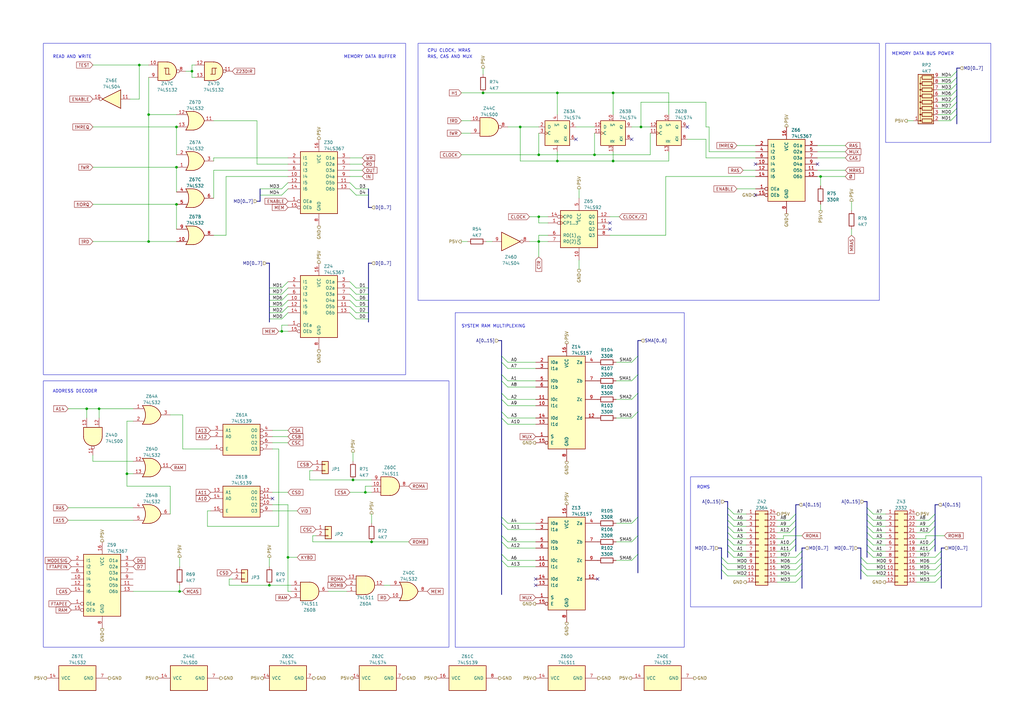
<source format=kicad_sch>
(kicad_sch (version 20221004) (generator eeschema)
  (paper "A3")
  (junction (at 52.07 194.31))
  (junction (at 40.64 167.64))
  (junction (at 60.96 99.06))
  (junction (at 118.11 228.6))
  (junction (at 144.78 196.85))
  (junction (at 73.66 242.57))
  (junction (at 228.6 66.04))
  (junction (at 72.39 83.82))
  (junction (at 220.98 99.06))
  (junction (at 228.6 38.1))
  (junction (at 220.98 88.9))
  (junction (at 72.39 52.07))
  (junction (at 336.55 72.39))
  (junction (at 262.89 52.07))
  (junction (at 251.46 66.04))
  (junction (at 152.4 222.25))
  (junction (at 243.84 63.5))
  (junction (at 57.15 26.67))
  (junction (at 35.56 167.64))
  (junction (at 72.39 68.58))
  (junction (at 251.46 38.1))
  (junction (at 213.36 52.07))
  (junction (at 149.86 201.93))
  (junction (at 198.12 38.1))
  (junction (at 78.74 29.21))
  (junction (at 110.49 240.03))
  (junction (at 60.96 46.99))
  (junction (at 115.57 135.89))
  (junction (at 220.98 63.5))
  (no_connect (at 250.19 91.44))
  (no_connect (at 281.94 52.07))
  (no_connect (at 250.19 93.98))
  (no_connect (at 309.88 80.01))
  (no_connect (at 309.88 67.31))
  (no_connect (at 335.28 67.31))
  (no_connect (at 219.71 240.03))
  (no_connect (at 219.71 237.49))
  (no_connect (at 245.11 237.49))
  (no_connect (at 111.76 204.47))
  (no_connect (at 259.08 57.15))
  (no_connect (at 236.22 57.15))
  (bus_entry (at 205.74 212.09) (size 2.54 2.54))
  (bus_entry (at 389.89 31.75) (size 2.54 -2.54))
  (bus_entry (at 383.54 233.68) (size 2.54 -2.54))
  (bus_entry (at 355.6 223.52) (size 2.54 2.54))
  (bus_entry (at 381 223.52) (size 2.54 -2.54))
  (bus_entry (at 143.51 77.47) (size 2.54 2.54))
  (bus_entry (at 389.89 41.91) (size 2.54 -2.54))
  (bus_entry (at 205.74 156.21) (size 2.54 2.54))
  (bus_entry (at 323.85 226.06) (size 2.54 -2.54))
  (bus_entry (at 355.6 220.98) (size 2.54 2.54))
  (bus_entry (at 389.89 46.99) (size 2.54 -2.54))
  (bus_entry (at 355.6 233.68) (size -2.54 -2.54))
  (bus_entry (at 205.74 171.45) (size 2.54 2.54))
  (bus_entry (at 259.08 148.59) (size 2.54 -2.54))
  (bus_entry (at 259.08 156.21) (size 2.54 -2.54))
  (bus_entry (at 259.08 163.83) (size 2.54 -2.54))
  (bus_entry (at 259.08 171.45) (size 2.54 -2.54))
  (bus_entry (at 259.08 214.63) (size 2.54 -2.54))
  (bus_entry (at 298.45 233.68) (size -2.54 -2.54))
  (bus_entry (at 259.08 229.87) (size 2.54 -2.54))
  (bus_entry (at 259.08 222.25) (size 2.54 -2.54))
  (bus_entry (at 205.74 161.29) (size 2.54 2.54))
  (bus_entry (at 205.74 168.91) (size 2.54 2.54))
  (bus_entry (at 143.51 125.73) (size 2.54 2.54))
  (bus_entry (at 355.6 208.28) (size 2.54 2.54))
  (bus_entry (at 205.74 153.67) (size 2.54 2.54))
  (bus_entry (at 143.51 118.11) (size 2.54 2.54))
  (bus_entry (at 326.39 231.14) (size 2.54 -2.54))
  (bus_entry (at 298.45 236.22) (size -2.54 -2.54))
  (bus_entry (at 298.45 213.36) (size 2.54 2.54))
  (bus_entry (at 115.57 125.73) (size 2.54 -2.54))
  (bus_entry (at 381 215.9) (size 2.54 -2.54))
  (bus_entry (at 115.57 128.27) (size 2.54 -2.54))
  (bus_entry (at 118.11 77.47) (size -2.54 2.54))
  (bus_entry (at 389.89 36.83) (size 2.54 -2.54))
  (bus_entry (at 205.74 148.59) (size 2.54 2.54))
  (bus_entry (at 205.74 146.05) (size 2.54 2.54))
  (bus_entry (at 326.39 228.6) (size 2.54 -2.54))
  (bus_entry (at 298.45 218.44) (size 2.54 2.54))
  (bus_entry (at 381 218.44) (size 2.54 -2.54))
  (bus_entry (at 115.57 123.19) (size 2.54 -2.54))
  (bus_entry (at 383.54 231.14) (size 2.54 -2.54))
  (bus_entry (at 383.54 238.76) (size 2.54 -2.54))
  (bus_entry (at 118.11 74.93) (size -2.54 2.54))
  (bus_entry (at 355.6 226.06) (size 2.54 2.54))
  (bus_entry (at 381 213.36) (size 2.54 -2.54))
  (bus_entry (at 326.39 233.68) (size 2.54 -2.54))
  (bus_entry (at 298.45 208.28) (size 2.54 2.54))
  (bus_entry (at 383.54 228.6) (size 2.54 -2.54))
  (bus_entry (at 205.74 222.25) (size 2.54 2.54))
  (bus_entry (at 355.6 231.14) (size -2.54 -2.54))
  (bus_entry (at 205.74 229.87) (size 2.54 2.54))
  (bus_entry (at 381 226.06) (size 2.54 -2.54))
  (bus_entry (at 323.85 213.36) (size 2.54 -2.54))
  (bus_entry (at 205.74 219.71) (size 2.54 2.54))
  (bus_entry (at 383.54 236.22) (size 2.54 -2.54))
  (bus_entry (at 143.51 74.93) (size 2.54 2.54))
  (bus_entry (at 389.89 44.45) (size 2.54 -2.54))
  (bus_entry (at 389.89 49.53) (size 2.54 -2.54))
  (bus_entry (at 298.45 215.9) (size 2.54 2.54))
  (bus_entry (at 389.89 39.37) (size 2.54 -2.54))
  (bus_entry (at 205.74 214.63) (size 2.54 2.54))
  (bus_entry (at 205.74 163.83) (size 2.54 2.54))
  (bus_entry (at 323.85 218.44) (size 2.54 -2.54))
  (bus_entry (at 143.51 120.65) (size 2.54 2.54))
  (bus_entry (at 355.6 210.82) (size 2.54 2.54))
  (bus_entry (at 143.51 123.19) (size 2.54 2.54))
  (bus_entry (at 143.51 115.57) (size 2.54 2.54))
  (bus_entry (at 115.57 118.11) (size 2.54 -2.54))
  (bus_entry (at 326.39 238.76) (size 2.54 -2.54))
  (bus_entry (at 298.45 226.06) (size 2.54 2.54))
  (bus_entry (at 323.85 215.9) (size 2.54 -2.54))
  (bus_entry (at 389.89 34.29) (size 2.54 -2.54))
  (bus_entry (at 298.45 231.14) (size -2.54 -2.54))
  (bus_entry (at 355.6 213.36) (size 2.54 2.54))
  (bus_entry (at 143.51 128.27) (size 2.54 2.54))
  (bus_entry (at 355.6 218.44) (size 2.54 2.54))
  (bus_entry (at 355.6 236.22) (size -2.54 -2.54))
  (bus_entry (at 298.45 223.52) (size 2.54 2.54))
  (bus_entry (at 115.57 130.81) (size 2.54 -2.54))
  (bus_entry (at 205.74 227.33) (size 2.54 2.54))
  (bus_entry (at 298.45 210.82) (size 2.54 2.54))
  (bus_entry (at 115.57 120.65) (size 2.54 -2.54))
  (bus_entry (at 355.6 215.9) (size 2.54 2.54))
  (bus_entry (at 298.45 220.98) (size 2.54 2.54))
  (bus_entry (at 326.39 236.22) (size 2.54 -2.54))
  (bus_entry (at 323.85 223.52) (size 2.54 -2.54))
  (wire (pts (xy 274.32 62.23) (xy 274.32 66.04)))
  (bus (pts (xy 355.6 218.44) (xy 355.6 220.98)))
  (wire (pts (xy 189.23 99.06) (xy 191.77 99.06)))
  (wire (pts (xy 115.57 135.89) (xy 118.11 135.89)))
  (wire (pts (xy 106.68 80.01) (xy 115.57 80.01)))
  (wire (pts (xy 57.15 26.67) (xy 57.15 40.64)))
  (bus (pts (xy 298.45 210.82) (xy 298.45 213.36)))
  (bus (pts (xy 386.08 236.22) (xy 386.08 241.3)))
  (bus (pts (xy 392.43 31.75) (xy 392.43 34.29)))
  (wire (pts (xy 224.79 96.52) (xy 220.98 96.52)))
  (bus (pts (xy 297.18 205.74) (xy 298.45 205.74)))
  (bus (pts (xy 298.45 205.74) (xy 298.45 208.28)))
  (wire (pts (xy 57.15 40.64) (xy 53.34 40.64)))
  (wire (pts (xy 358.14 220.98) (xy 363.22 220.98)))
  (wire (pts (xy 384.81 31.75) (xy 389.89 31.75)))
  (bus (pts (xy 393.7 27.94) (xy 392.43 27.94)))
  (wire (pts (xy 375.92 215.9) (xy 381 215.9)))
  (wire (pts (xy 384.81 36.83) (xy 389.89 36.83)))
  (bus (pts (xy 383.54 213.36) (xy 383.54 215.9)))
  (wire (pts (xy 111.76 207.01) (xy 118.11 207.01)))
  (wire (pts (xy 273.05 72.39) (xy 273.05 96.52)))
  (bus (pts (xy 354.33 205.74) (xy 355.6 205.74)))
  (wire (pts (xy 38.1 52.07) (xy 72.39 52.07)))
  (bus (pts (xy 392.43 34.29) (xy 392.43 36.83)))
  (wire (pts (xy 208.28 148.59) (xy 219.71 148.59)))
  (wire (pts (xy 134.62 242.57) (xy 142.24 242.57)))
  (wire (pts (xy 87.63 81.28) (xy 87.63 69.85)))
  (bus (pts (xy 386.08 233.68) (xy 386.08 236.22)))
  (wire (pts (xy 302.26 77.47) (xy 309.88 77.47)))
  (wire (pts (xy 252.73 156.21) (xy 259.08 156.21)))
  (bus (pts (xy 355.6 208.28) (xy 355.6 210.82)))
  (wire (pts (xy 93.98 240.03) (xy 110.49 240.03)))
  (bus (pts (xy 328.93 224.79) (xy 328.93 226.06)))
  (wire (pts (xy 236.22 52.07) (xy 243.84 52.07)))
  (wire (pts (xy 335.28 72.39) (xy 336.55 72.39)))
  (wire (pts (xy 73.66 228.6) (xy 73.66 232.41)))
  (wire (pts (xy 95.25 237.49) (xy 93.98 237.49)))
  (wire (pts (xy 208.28 224.79) (xy 219.71 224.79)))
  (bus (pts (xy 205.74 139.7) (xy 205.74 146.05)))
  (wire (pts (xy 379.73 220.98) (xy 375.92 220.98)))
  (wire (pts (xy 110.49 128.27) (xy 115.57 128.27)))
  (wire (pts (xy 379.73 219.71) (xy 379.73 220.98)))
  (wire (pts (xy 146.05 118.11) (xy 151.13 118.11)))
  (bus (pts (xy 298.45 223.52) (xy 298.45 226.06)))
  (wire (pts (xy 208.28 166.37) (xy 219.71 166.37)))
  (wire (pts (xy 143.51 201.93) (xy 149.86 201.93)))
  (bus (pts (xy 151.13 77.47) (xy 151.13 85.09)))
  (wire (pts (xy 118.11 228.6) (xy 118.11 242.57)))
  (wire (pts (xy 208.28 222.25) (xy 219.71 222.25)))
  (wire (pts (xy 358.14 226.06) (xy 363.22 226.06)))
  (bus (pts (xy 205.74 148.59) (xy 205.74 153.67)))
  (wire (pts (xy 146.05 130.81) (xy 151.13 130.81)))
  (bus (pts (xy 355.6 213.36) (xy 355.6 215.9)))
  (wire (pts (xy 217.17 88.9) (xy 220.98 88.9)))
  (bus (pts (xy 205.74 222.25) (xy 205.74 227.33)))
  (wire (pts (xy 300.99 213.36) (xy 306.07 213.36)))
  (wire (pts (xy 157.48 240.03) (xy 160.02 240.03)))
  (wire (pts (xy 199.39 99.06) (xy 201.93 99.06)))
  (wire (pts (xy 27.94 208.28) (xy 54.61 208.28)))
  (wire (pts (xy 208.28 214.63) (xy 219.71 214.63)))
  (wire (pts (xy 318.77 226.06) (xy 323.85 226.06)))
  (wire (pts (xy 318.77 236.22) (xy 326.39 236.22)))
  (bus (pts (xy 298.45 220.98) (xy 298.45 223.52)))
  (bus (pts (xy 295.91 231.14) (xy 295.91 233.68)))
  (wire (pts (xy 189.23 49.53) (xy 193.04 49.53)))
  (wire (pts (xy 143.51 67.31) (xy 148.59 67.31)))
  (bus (pts (xy 392.43 41.91) (xy 392.43 44.45)))
  (bus (pts (xy 205.74 214.63) (xy 205.74 219.71)))
  (wire (pts (xy 74.93 170.18) (xy 69.85 170.18)))
  (wire (pts (xy 318.77 213.36) (xy 323.85 213.36)))
  (wire (pts (xy 69.85 199.39) (xy 52.07 199.39)))
  (bus (pts (xy 261.62 212.09) (xy 261.62 219.71)))
  (wire (pts (xy 35.56 167.64) (xy 40.64 167.64)))
  (wire (pts (xy 93.98 237.49) (xy 93.98 240.03)))
  (wire (pts (xy 128.27 222.25) (xy 152.4 222.25)))
  (bus (pts (xy 383.54 207.01) (xy 383.54 210.82)))
  (bus (pts (xy 383.54 210.82) (xy 383.54 213.36)))
  (wire (pts (xy 335.28 69.85) (xy 346.71 69.85)))
  (wire (pts (xy 208.28 232.41) (xy 219.71 232.41)))
  (bus (pts (xy 295.91 224.79) (xy 295.91 228.6)))
  (wire (pts (xy 375.92 233.68) (xy 383.54 233.68)))
  (bus (pts (xy 392.43 39.37) (xy 392.43 41.91)))
  (bus (pts (xy 205.74 219.71) (xy 205.74 222.25)))
  (wire (pts (xy 372.11 49.53) (xy 374.65 49.53)))
  (bus (pts (xy 353.06 228.6) (xy 353.06 231.14)))
  (bus (pts (xy 295.91 233.68) (xy 295.91 237.49)))
  (bus (pts (xy 328.93 226.06) (xy 328.93 228.6)))
  (wire (pts (xy 358.14 218.44) (xy 363.22 218.44)))
  (wire (pts (xy 318.77 215.9) (xy 323.85 215.9)))
  (wire (pts (xy 87.63 69.85) (xy 118.11 69.85)))
  (wire (pts (xy 384.81 41.91) (xy 389.89 41.91)))
  (wire (pts (xy 110.49 130.81) (xy 115.57 130.81)))
  (wire (pts (xy 144.78 185.42) (xy 144.78 189.23)))
  (wire (pts (xy 87.63 49.53) (xy 105.41 49.53)))
  (wire (pts (xy 38.1 99.06) (xy 60.96 99.06)))
  (wire (pts (xy 208.28 151.13) (xy 219.71 151.13)))
  (wire (pts (xy 321.31 220.98) (xy 318.77 220.98)))
  (wire (pts (xy 38.1 186.69) (xy 38.1 189.23)))
  (wire (pts (xy 213.36 52.07) (xy 220.98 52.07)))
  (bus (pts (xy 106.68 77.47) (xy 106.68 82.55)))
  (wire (pts (xy 290.83 52.07) (xy 290.83 62.23)))
  (bus (pts (xy 105.41 82.55) (xy 106.68 82.55)))
  (wire (pts (xy 127 193.04) (xy 127 196.85)))
  (wire (pts (xy 111.76 179.07) (xy 118.11 179.07)))
  (wire (pts (xy 128.27 193.04) (xy 127 193.04)))
  (wire (pts (xy 72.39 68.58) (xy 72.39 78.74)))
  (wire (pts (xy 375.92 213.36) (xy 381 213.36)))
  (wire (pts (xy 128.27 219.71) (xy 128.27 222.25)))
  (bus (pts (xy 386.08 228.6) (xy 386.08 231.14)))
  (wire (pts (xy 220.98 63.5) (xy 243.84 63.5)))
  (wire (pts (xy 110.49 228.6) (xy 110.49 232.41)))
  (wire (pts (xy 146.05 128.27) (xy 151.13 128.27)))
  (bus (pts (xy 205.74 168.91) (xy 205.74 171.45)))
  (wire (pts (xy 152.4 222.25) (xy 167.64 222.25)))
  (wire (pts (xy 302.26 59.69) (xy 309.88 59.69)))
  (wire (pts (xy 243.84 63.5) (xy 266.7 63.5)))
  (wire (pts (xy 198.12 27.94) (xy 198.12 30.48)))
  (wire (pts (xy 300.99 215.9) (xy 306.07 215.9)))
  (wire (pts (xy 38.1 68.58) (xy 72.39 68.58)))
  (bus (pts (xy 262.89 139.7) (xy 261.62 139.7)))
  (bus (pts (xy 383.54 223.52) (xy 383.54 226.06)))
  (bus (pts (xy 261.62 139.7) (xy 261.62 146.05)))
  (bus (pts (xy 383.54 220.98) (xy 383.54 223.52)))
  (wire (pts (xy 105.41 49.53) (xy 105.41 67.31)))
  (bus (pts (xy 383.54 215.9) (xy 383.54 220.98)))
  (wire (pts (xy 300.99 228.6) (xy 306.07 228.6)))
  (wire (pts (xy 300.99 218.44) (xy 306.07 218.44)))
  (bus (pts (xy 298.45 226.06) (xy 298.45 228.6)))
  (wire (pts (xy 300.99 223.52) (xy 306.07 223.52)))
  (wire (pts (xy 252.73 229.87) (xy 259.08 229.87)))
  (wire (pts (xy 384.81 49.53) (xy 389.89 49.53)))
  (wire (pts (xy 118.11 228.6) (xy 121.92 228.6)))
  (bus (pts (xy 392.43 46.99) (xy 392.43 50.8)))
  (bus (pts (xy 326.39 220.98) (xy 326.39 223.52)))
  (bus (pts (xy 328.93 236.22) (xy 328.93 241.3)))
  (wire (pts (xy 143.51 69.85) (xy 148.59 69.85)))
  (wire (pts (xy 143.51 64.77) (xy 148.59 64.77)))
  (wire (pts (xy 52.07 194.31) (xy 52.07 199.39)))
  (wire (pts (xy 262.89 52.07) (xy 262.89 41.91)))
  (bus (pts (xy 152.4 107.95) (xy 151.13 107.95)))
  (wire (pts (xy 318.77 228.6) (xy 326.39 228.6)))
  (wire (pts (xy 259.08 52.07) (xy 262.89 52.07)))
  (wire (pts (xy 110.49 125.73) (xy 115.57 125.73)))
  (wire (pts (xy 80.01 31.75) (xy 78.74 31.75)))
  (wire (pts (xy 300.99 210.82) (xy 306.07 210.82)))
  (bus (pts (xy 110.49 107.95) (xy 110.49 132.08)))
  (wire (pts (xy 243.84 54.61) (xy 243.84 63.5)))
  (wire (pts (xy 309.88 72.39) (xy 273.05 72.39)))
  (wire (pts (xy 375.92 218.44) (xy 381 218.44)))
  (wire (pts (xy 146.05 120.65) (xy 151.13 120.65)))
  (bus (pts (xy 355.6 220.98) (xy 355.6 223.52)))
  (wire (pts (xy 298.45 236.22) (xy 306.07 236.22)))
  (wire (pts (xy 290.83 62.23) (xy 309.88 62.23)))
  (wire (pts (xy 110.49 123.19) (xy 115.57 123.19)))
  (bus (pts (xy 355.6 226.06) (xy 355.6 228.6)))
  (wire (pts (xy 85.09 215.9) (xy 114.3 215.9)))
  (wire (pts (xy 110.49 120.65) (xy 115.57 120.65)))
  (wire (pts (xy 250.19 88.9) (xy 254 88.9)))
  (wire (pts (xy 289.56 52.07) (xy 290.83 52.07)))
  (wire (pts (xy 336.55 83.82) (xy 336.55 86.36)))
  (wire (pts (xy 27.94 167.64) (xy 35.56 167.64)))
  (wire (pts (xy 298.45 233.68) (xy 306.07 233.68)))
  (wire (pts (xy 111.76 201.93) (xy 118.11 201.93)))
  (wire (pts (xy 224.79 91.44) (xy 220.98 91.44)))
  (bus (pts (xy 205.74 156.21) (xy 205.74 161.29)))
  (wire (pts (xy 152.4 199.39) (xy 149.86 199.39)))
  (wire (pts (xy 252.73 222.25) (xy 259.08 222.25)))
  (bus (pts (xy 392.43 29.21) (xy 392.43 31.75)))
  (bus (pts (xy 298.45 208.28) (xy 298.45 210.82)))
  (bus (pts (xy 351.79 224.79) (xy 353.06 224.79)))
  (wire (pts (xy 52.07 172.72) (xy 52.07 194.31)))
  (bus (pts (xy 327.66 207.01) (xy 326.39 207.01)))
  (wire (pts (xy 251.46 62.23) (xy 251.46 66.04)))
  (wire (pts (xy 85.09 209.55) (xy 85.09 215.9)))
  (wire (pts (xy 358.14 215.9) (xy 363.22 215.9)))
  (bus (pts (xy 205.74 212.09) (xy 205.74 214.63)))
  (wire (pts (xy 115.57 133.35) (xy 115.57 135.89)))
  (bus (pts (xy 326.39 213.36) (xy 326.39 215.9)))
  (bus (pts (xy 353.06 224.79) (xy 353.06 228.6)))
  (wire (pts (xy 349.25 96.52) (xy 349.25 93.98)))
  (wire (pts (xy 146.05 125.73) (xy 151.13 125.73)))
  (wire (pts (xy 252.73 214.63) (xy 259.08 214.63)))
  (wire (pts (xy 274.32 46.99) (xy 274.32 38.1)))
  (wire (pts (xy 40.64 167.64) (xy 54.61 167.64)))
  (wire (pts (xy 237.49 77.47) (xy 237.49 81.28)))
  (wire (pts (xy 318.77 238.76) (xy 326.39 238.76)))
  (bus (pts (xy 392.43 44.45) (xy 392.43 46.99)))
  (wire (pts (xy 143.51 72.39) (xy 148.59 72.39)))
  (wire (pts (xy 114.3 135.89) (xy 115.57 135.89)))
  (wire (pts (xy 73.66 240.03) (xy 73.66 242.57)))
  (wire (pts (xy 355.6 236.22) (xy 363.22 236.22)))
  (wire (pts (xy 251.46 38.1) (xy 251.46 46.99)))
  (bus (pts (xy 205.74 153.67) (xy 205.74 156.21)))
  (wire (pts (xy 111.76 176.53) (xy 118.11 176.53)))
  (wire (pts (xy 251.46 66.04) (xy 228.6 66.04)))
  (wire (pts (xy 111.76 209.55) (xy 121.92 209.55)))
  (wire (pts (xy 298.45 231.14) (xy 306.07 231.14)))
  (wire (pts (xy 72.39 46.99) (xy 60.96 46.99)))
  (wire (pts (xy 40.64 167.64) (xy 40.64 171.45)))
  (wire (pts (xy 118.11 207.01) (xy 118.11 228.6)))
  (bus (pts (xy 298.45 213.36) (xy 298.45 215.9)))
  (wire (pts (xy 72.39 52.07) (xy 72.39 63.5)))
  (bus (pts (xy 355.6 210.82) (xy 355.6 213.36)))
  (wire (pts (xy 189.23 63.5) (xy 220.98 63.5)))
  (wire (pts (xy 208.28 52.07) (xy 213.36 52.07)))
  (wire (pts (xy 220.98 99.06) (xy 220.98 105.41)))
  (bus (pts (xy 326.39 215.9) (xy 326.39 220.98)))
  (bus (pts (xy 205.74 171.45) (xy 205.74 212.09)))
  (wire (pts (xy 375.92 226.06) (xy 381 226.06)))
  (wire (pts (xy 384.81 39.37) (xy 389.89 39.37)))
  (wire (pts (xy 304.8 69.85) (xy 309.88 69.85)))
  (wire (pts (xy 384.81 46.99) (xy 389.89 46.99)))
  (wire (pts (xy 189.23 38.1) (xy 198.12 38.1)))
  (wire (pts (xy 38.1 26.67) (xy 57.15 26.67)))
  (wire (pts (xy 358.14 228.6) (xy 363.22 228.6)))
  (wire (pts (xy 375.92 228.6) (xy 383.54 228.6)))
  (bus (pts (xy 109.22 107.95) (xy 110.49 107.95)))
  (bus (pts (xy 205.74 163.83) (xy 205.74 168.91)))
  (wire (pts (xy 92.71 96.52) (xy 92.71 72.39)))
  (wire (pts (xy 220.98 99.06) (xy 224.79 99.06)))
  (wire (pts (xy 80.01 26.67) (xy 78.74 26.67)))
  (bus (pts (xy 384.81 207.01) (xy 383.54 207.01)))
  (wire (pts (xy 335.28 64.77) (xy 346.71 64.77)))
  (wire (pts (xy 38.1 189.23) (xy 54.61 189.23)))
  (wire (pts (xy 375.92 238.76) (xy 383.54 238.76)))
  (wire (pts (xy 60.96 46.99) (xy 60.96 99.06)))
  (wire (pts (xy 318.77 233.68) (xy 326.39 233.68)))
  (bus (pts (xy 205.74 229.87) (xy 205.74 243.84)))
  (bus (pts (xy 295.91 228.6) (xy 295.91 231.14)))
  (bus (pts (xy 328.93 228.6) (xy 328.93 231.14)))
  (wire (pts (xy 60.96 99.06) (xy 72.39 99.06)))
  (wire (pts (xy 349.25 82.55) (xy 349.25 86.36)))
  (wire (pts (xy 208.28 173.99) (xy 219.71 173.99)))
  (wire (pts (xy 336.55 72.39) (xy 336.55 76.2)))
  (bus (pts (xy 152.4 85.09) (xy 151.13 85.09)))
  (bus (pts (xy 328.93 231.14) (xy 328.93 233.68)))
  (wire (pts (xy 300.99 220.98) (xy 306.07 220.98)))
  (bus (pts (xy 326.39 223.52) (xy 326.39 226.06)))
  (wire (pts (xy 129.54 219.71) (xy 128.27 219.71)))
  (bus (pts (xy 261.62 153.67) (xy 261.62 161.29)))
  (bus (pts (xy 386.08 231.14) (xy 386.08 233.68)))
  (wire (pts (xy 213.36 66.04) (xy 213.36 52.07)))
  (bus (pts (xy 326.39 210.82) (xy 326.39 213.36)))
  (wire (pts (xy 146.05 80.01) (xy 151.13 80.01)))
  (wire (pts (xy 300.99 226.06) (xy 306.07 226.06)))
  (wire (pts (xy 251.46 38.1) (xy 274.32 38.1)))
  (wire (pts (xy 74.93 170.18) (xy 74.93 184.15)))
  (wire (pts (xy 228.6 38.1) (xy 251.46 38.1)))
  (wire (pts (xy 87.63 66.04) (xy 87.63 64.77)))
  (wire (pts (xy 146.05 77.47) (xy 151.13 77.47)))
  (bus (pts (xy 298.45 218.44) (xy 298.45 220.98)))
  (wire (pts (xy 358.14 213.36) (xy 363.22 213.36)))
  (wire (pts (xy 60.96 31.75) (xy 60.96 46.99)))
  (wire (pts (xy 318.77 231.14) (xy 326.39 231.14)))
  (wire (pts (xy 355.6 231.14) (xy 363.22 231.14)))
  (bus (pts (xy 330.2 224.79) (xy 328.93 224.79)))
  (wire (pts (xy 328.93 219.71) (xy 321.31 219.71)))
  (bus (pts (xy 261.62 168.91) (xy 261.62 212.09)))
  (wire (pts (xy 189.23 54.61) (xy 193.04 54.61)))
  (bus (pts (xy 387.35 224.79) (xy 386.08 224.79)))
  (bus (pts (xy 355.6 215.9) (xy 355.6 218.44)))
  (wire (pts (xy 208.28 158.75) (xy 219.71 158.75)))
  (wire (pts (xy 127 196.85) (xy 144.78 196.85)))
  (wire (pts (xy 73.66 242.57) (xy 74.93 242.57)))
  (bus (pts (xy 261.62 146.05) (xy 261.62 153.67)))
  (wire (pts (xy 318.77 218.44) (xy 323.85 218.44)))
  (wire (pts (xy 27.94 213.36) (xy 54.61 213.36)))
  (wire (pts (xy 384.81 44.45) (xy 389.89 44.45)))
  (bus (pts (xy 386.08 224.79) (xy 386.08 226.06)))
  (wire (pts (xy 321.31 219.71) (xy 321.31 220.98)))
  (wire (pts (xy 217.17 99.06) (xy 220.98 99.06)))
  (wire (pts (xy 149.86 201.93) (xy 152.4 201.93)))
  (wire (pts (xy 54.61 172.72) (xy 52.07 172.72)))
  (wire (pts (xy 355.6 233.68) (xy 363.22 233.68)))
  (bus (pts (xy 298.45 215.9) (xy 298.45 218.44)))
  (bus (pts (xy 353.06 231.14) (xy 353.06 233.68)))
  (bus (pts (xy 151.13 107.95) (xy 151.13 132.08)))
  (bus (pts (xy 326.39 207.01) (xy 326.39 210.82)))
  (wire (pts (xy 60.96 26.67) (xy 57.15 26.67)))
  (wire (pts (xy 69.85 210.82) (xy 69.85 199.39)))
  (wire (pts (xy 146.05 123.19) (xy 151.13 123.19)))
  (wire (pts (xy 220.98 88.9) (xy 224.79 88.9)))
  (bus (pts (xy 355.6 223.52) (xy 355.6 226.06)))
  (wire (pts (xy 220.98 54.61) (xy 220.98 63.5)))
  (wire (pts (xy 149.86 199.39) (xy 149.86 201.93)))
  (wire (pts (xy 74.93 184.15) (xy 86.36 184.15)))
  (bus (pts (xy 294.64 224.79) (xy 295.91 224.79)))
  (wire (pts (xy 335.28 62.23) (xy 346.71 62.23)))
  (wire (pts (xy 208.28 163.83) (xy 219.71 163.83)))
  (wire (pts (xy 220.98 96.52) (xy 220.98 99.06)))
  (wire (pts (xy 54.61 242.57) (xy 73.66 242.57)))
  (wire (pts (xy 262.89 41.91) (xy 289.56 41.91)))
  (wire (pts (xy 92.71 72.39) (xy 118.11 72.39)))
  (bus (pts (xy 261.62 219.71) (xy 261.62 227.33)))
  (wire (pts (xy 220.98 91.44) (xy 220.98 88.9)))
  (bus (pts (xy 392.43 36.83) (xy 392.43 39.37)))
  (wire (pts (xy 111.76 181.61) (xy 118.11 181.61)))
  (bus (pts (xy 205.74 161.29) (xy 205.74 163.83)))
  (bus (pts (xy 261.62 227.33) (xy 261.62 234.95)))
  (wire (pts (xy 375.92 231.14) (xy 383.54 231.14)))
  (wire (pts (xy 78.74 31.75) (xy 78.74 29.21)))
  (wire (pts (xy 198.12 38.1) (xy 228.6 38.1)))
  (wire (pts (xy 252.73 148.59) (xy 259.08 148.59)))
  (wire (pts (xy 152.4 210.82) (xy 152.4 214.63)))
  (wire (pts (xy 281.94 57.15) (xy 289.56 57.15)))
  (wire (pts (xy 87.63 64.77) (xy 118.11 64.77)))
  (wire (pts (xy 208.28 229.87) (xy 219.71 229.87)))
  (wire (pts (xy 375.92 236.22) (xy 383.54 236.22)))
  (wire (pts (xy 289.56 64.77) (xy 309.88 64.77)))
  (wire (pts (xy 335.28 59.69) (xy 346.71 59.69)))
  (wire (pts (xy 208.28 217.17) (xy 219.71 217.17)))
  (wire (pts (xy 250.19 96.52) (xy 273.05 96.52)))
  (wire (pts (xy 78.74 26.67) (xy 78.74 29.21)))
  (wire (pts (xy 105.41 67.31) (xy 118.11 67.31)))
  (wire (pts (xy 86.36 209.55) (xy 85.09 209.55)))
  (wire (pts (xy 38.1 83.82) (xy 72.39 83.82)))
  (wire (pts (xy 114.3 215.9) (xy 114.3 184.15)))
  (wire (pts (xy 318.77 223.52) (xy 323.85 223.52)))
  (bus (pts (xy 355.6 205.74) (xy 355.6 208.28)))
  (bus (pts (xy 261.62 161.29) (xy 261.62 168.91)))
  (wire (pts (xy 336.55 72.39) (xy 346.71 72.39)))
  (wire (pts (xy 274.32 66.04) (xy 251.46 66.04)))
  (wire (pts (xy 375.92 223.52) (xy 381 223.52)))
  (wire (pts (xy 228.6 38.1) (xy 228.6 46.99)))
  (wire (pts (xy 72.39 83.82) (xy 72.39 93.98)))
  (wire (pts (xy 358.14 210.82) (xy 363.22 210.82)))
  (wire (pts (xy 110.49 240.03) (xy 119.38 240.03)))
  (wire (pts (xy 106.68 77.47) (xy 115.57 77.47)))
  (wire (pts (xy 262.89 52.07) (xy 266.7 52.07)))
  (wire (pts (xy 208.28 156.21) (xy 219.71 156.21)))
  (wire (pts (xy 228.6 62.23) (xy 228.6 66.04)))
  (wire (pts (xy 208.28 171.45) (xy 219.71 171.45)))
  (bus (pts (xy 205.74 227.33) (xy 205.74 229.87)))
  (wire (pts (xy 228.6 66.04) (xy 213.36 66.04)))
  (wire (pts (xy 118.11 242.57) (xy 119.38 242.57)))
  (wire (pts (xy 87.63 96.52) (xy 92.71 96.52)))
  (wire (pts (xy 252.73 171.45) (xy 259.08 171.45)))
  (wire (pts (xy 237.49 106.68) (xy 237.49 110.49)))
  (wire (pts (xy 387.35 219.71) (xy 379.73 219.71)))
  (bus (pts (xy 205.74 146.05) (xy 205.74 148.59)))
  (wire (pts (xy 266.7 63.5) (xy 266.7 54.61)))
  (wire (pts (xy 111.76 184.15) (xy 114.3 184.15)))
  (wire (pts (xy 384.81 34.29) (xy 389.89 34.29)))
  (bus (pts (xy 392.43 27.94) (xy 392.43 29.21)))
  (wire (pts (xy 358.14 223.52) (xy 363.22 223.52)))
  (wire (pts (xy 110.49 118.11) (xy 115.57 118.11)))
  (wire (pts (xy 78.74 29.21) (xy 76.2 29.21)))
  (bus (pts (xy 328.93 233.68) (xy 328.93 236.22)))
  (wire (pts (xy 118.11 133.35) (xy 115.57 133.35)))
  (bus (pts (xy 204.47 139.7) (xy 205.74 139.7)))
  (bus (pts (xy 386.08 226.06) (xy 386.08 228.6)))
  (bus (pts (xy 353.06 233.68) (xy 353.06 237.49)))
  (wire (pts (xy 144.78 196.85) (xy 152.4 196.85)))
  (wire (pts (xy 289.56 57.15) (xy 289.56 64.77)))
  (wire (pts (xy 52.07 194.31) (xy 54.61 194.31)))
  (wire (pts (xy 35.56 167.64) (xy 35.56 171.45)))
  (wire (pts (xy 252.73 163.83) (xy 259.08 163.83)))
  (wire (pts (xy 289.56 41.91) (xy 289.56 52.07)))
  (rectangle (start 17.78 156.21) (end 184.15 265.43))
  (rectangle (start 171.45 17.78) (end 360.68 123.19))
  (rectangle (start 283.21 195.58) (end 402.59 248.92))
  (rectangle (start 186.69 128.27) (end 280.67 265.43))
  (rectangle (start 363.22 17.78) (end 406.4 58.42))
  (rectangle (start 17.78 17.78) (end 166.37 153.67))
  (text "ADDRESS DECODER" (at 21.59 161.29 0) (effects (font (size 1.27 1.27)) (justify left bottom)))
  (text "READ AND WRITE\n" (at 21.59 24.13 0) (effects (font (size 1.27 1.27)) (justify left bottom)))
  (text "ROMS" (at 285.75 200.66 0) (effects (font (size 1.27 1.27)) (justify left bottom)))
  (text "MEMORY DATA BUS POWER\n" (at 365.76 22.86 0) (effects (font (size 1.27 1.27)) (justify left bottom)))
  (text "CPU CLOCK, MRAS" (at 175.26 21.59 0) (effects (font (size 1.27 1.27)) (justify left bottom)))
  (text "MEMORY DATA BUFFER" (at 140.97 24.13 0) (effects (font (size 1.27 1.27)) (justify left bottom)))
  (text "RAS, CAS AND MUX" (at 175.26 24.13 0) (effects (font (size 1.27 1.27)) (justify left bottom)))
  (text "SYSTEM RAM MULTIPLEXING" (at 189.23 134.62 0) (effects (font (size 1.27 1.27)) (justify left bottom)))
  (label "MD6" (at 386.08 39.37 0))
  (label "MD0" (at 386.08 46.99 0))
  (label "SMA1" (at 253.8941 156.21 0))
  (label "D7" (at 147.32 120.65 0))
  (label "A8" (at 320.04 213.36 0))
  (label "A9" (at 320.04 215.9 0))
  (label "A12" (at 209.55 224.79 0))
  (label "A0" (at 209.55 148.59 0))
  (label "MD1" (at 386.08 49.53 0))
  (label "MD5" (at 320.04 233.68 0))
  (label "MD0" (at 359.41 231.14 0))
  (label "A5" (at 359.41 215.9 0))
  (label "A3" (at 359.41 220.98 0))
  (label "A11" (at 377.19 226.06 0))
  (label "SMA5" (at 254 222.25 0))
  (label "MD2" (at 386.08 41.91 0))
  (label "MD6" (at 320.04 231.14 0))
  (label "D1" (at 147.32 118.11 0))
  (label "A5" (at 302.26 215.9 0))
  (label "A2" (at 209.55 163.83 0))
  (label "A7" (at 209.55 151.13 0))
  (label "A9" (at 377.19 215.9 0))
  (label "A9" (at 209.55 166.37 0))
  (label "SMA2" (at 254 163.83 0))
  (label "A8" (at 377.19 213.36 0))
  (label "MD5" (at 377.19 233.68 0))
  (label "A12" (at 377.19 218.44 0))
  (label "A0" (at 302.26 228.6 0))
  (label "A5" (at 209.55 222.25 0))
  (label "MD7" (at 111.76 120.65 0))
  (label "MD0" (at 111.76 130.81 0))
  (label "A11" (at 209.55 217.17 0))
  (label "MD5" (at 386.08 34.29 0))
  (label "MD4" (at 386.08 31.75 0))
  (label "A7" (at 359.41 210.82 0))
  (label "MD3" (at 377.19 238.76 0))
  (label "MD6" (at 377.19 231.14 0))
  (label "MD4" (at 377.19 236.22 0))
  (label "D0" (at 147.32 130.81 0))
  (label "A3" (at 302.26 220.98 0))
  (label "A10" (at 209.55 173.99 0))
  (label "A1" (at 209.55 156.21 0))
  (label "MD3" (at 320.04 238.76 0))
  (label "MD4" (at 320.04 236.22 0))
  (label "MD2" (at 111.76 128.27 0))
  (label "A4" (at 302.26 218.44 0))
  (label "MD1" (at 359.41 233.68 0))
  (label "SMA3" (at 254 171.45 0))
  (label "MD7" (at 377.19 228.6 0))
  (label "A10" (at 377.19 223.52 0))
  (label "A1" (at 359.41 226.06 0))
  (label "D4" (at 147.32 80.01 0))
  (label "A0" (at 359.41 228.6 0))
  (label "A2" (at 359.41 223.52 0))
  (label "D2" (at 147.32 128.27 0))
  (label "A6" (at 359.41 213.36 0))
  (label "SMA4" (at 254 214.63 0))
  (label "A6" (at 302.26 213.36 0))
  (label "MD0" (at 302.26 231.14 0))
  (label "SMA0" (at 254 148.59 0))
  (label "A4" (at 359.41 218.44 0))
  (label "MD3" (at 386.08 36.83 0))
  (label "MD7" (at 320.04 228.6 0))
  (label "A12" (at 320.04 218.44 0))
  (label "A1" (at 302.26 226.06 0))
  (label "A13" (at 209.55 232.41 0))
  (label "A3" (at 209.55 171.45 0))
  (label "MD1" (at 111.76 118.11 0))
  (label "MD5" (at 111.76 125.73 0))
  (label "A8" (at 209.55 158.75 0))
  (label "MD2" (at 359.41 236.22 0))
  (label "MD4" (at 110.49 80.01 0))
  (label "MD7" (at 386.08 44.45 0))
  (label "A11" (at 320.04 226.06 0))
  (label "D6" (at 147.32 123.19 0))
  (label "A7" (at 302.26 210.82 0))
  (label "D3" (at 147.32 77.47 0))
  (label "A2" (at 302.26 223.52 0))
  (label "MD6" (at 111.76 123.19 0))
  (label "A4" (at 209.55 214.63 0))
  (label "A10" (at 320.04 223.52 0))
  (label "A6" (at 209.55 229.87 0))
  (label "D5" (at 147.32 125.73 0))
  (label "MD2" (at 302.26 236.22 0))
  (label "MD3" (at 110.49 77.47 0))
  (label "MD1" (at 302.26 233.68 0))
  (label "SMA6" (at 254 229.87 0))
  (global_label "RAS" (shape input) (at 304.8 69.85 180) (property "Intersheetrefs" "${INTERSHEET_REFS}" (effects hide)))
  (global_label "H1" (shape input) (at 189.23 38.1 180) (property "Intersheetrefs" "${INTERSHEET_REFS}" (effects hide)))
  (global_label "CSC" (shape input) (at 118.11 181.61 0) (property "Intersheetrefs" "${INTERSHEET_REFS}" (effects hide)))
  (global_label "ROMA" (shape input) (at 167.64 199.39 0) (property "Intersheetrefs" "${INTERSHEET_REFS}" (effects hide)))
  (global_label "MEM" (shape input) (at 118.11 85.09 180) (property "Intersheetrefs" "${INTERSHEET_REFS}" (effects hide)))
  (global_label "RD" (shape input) (at 148.59 67.31 0) (property "Intersheetrefs" "${INTERSHEET_REFS}" (effects hide)))
  (global_label "!RD" (shape input) (at 38.1 99.06 180) (property "Intersheetrefs" "${INTERSHEET_REFS}" (effects hide)))
  (global_label "A14" (shape input) (at 27.94 167.64 180) (property "Intersheetrefs" "${INTERSHEET_REFS}" (effects hide)))
  (global_label "!WR" (shape input) (at 38.1 68.58 180) (property "Intersheetrefs" "${INTERSHEET_REFS}" (effects hide)))
  (global_label "MUX" (shape input) (at 219.71 179.07 180) (property "Intersheetrefs" "${INTERSHEET_REFS}" (effects hide)))
  (global_label "Ø" (shape input) (at 346.71 72.39 0) (property "Intersheetrefs" "${INTERSHEET_REFS}" (effects hide)))
  (global_label "CSB" (shape input) (at 118.11 179.07 0) (property "Intersheetrefs" "${INTERSHEET_REFS}" (effects hide)))
  (global_label "CSA" (shape input) (at 143.51 201.93 180) (property "Intersheetrefs" "${INTERSHEET_REFS}" (effects hide)))
  (global_label "CLOCK" (shape input) (at 189.23 63.5 180) (property "Intersheetrefs" "${INTERSHEET_REFS}" (effects hide)))
  (global_label "ENABLE" (shape input) (at 38.1 40.64 180) (property "Intersheetrefs" "${INTERSHEET_REFS}" (effects hide)))
  (global_label "ROMA" (shape input) (at 328.93 219.71 0) (property "Intersheetrefs" "${INTERSHEET_REFS}" (effects hide)))
  (global_label "RAS" (shape input) (at 346.71 59.69 0) (property "Intersheetrefs" "${INTERSHEET_REFS}" (effects hide)))
  (global_label "CAS" (shape input) (at 346.71 64.77 0) (property "Intersheetrefs" "${INTERSHEET_REFS}" (effects hide)))
  (global_label "CSD" (shape input) (at 95.25 234.95 180) (property "Intersheetrefs" "${INTERSHEET_REFS}" (effects hide)))
  (global_label "KYBD" (shape input) (at 121.92 228.6 0) (property "Intersheetrefs" "${INTERSHEET_REFS}" (effects hide)))
  (global_label "RAM" (shape input) (at 29.21 250.19 180) (property "Intersheetrefs" "${INTERSHEET_REFS}" (effects hide)))
  (global_label "A12" (shape input) (at 86.36 179.07 180) (property "Intersheetrefs" "${INTERSHEET_REFS}" (effects hide)))
  (global_label "CSA" (shape input) (at 118.11 176.53 0) (property "Intersheetrefs" "${INTERSHEET_REFS}" (effects hide)))
  (global_label "ROMA" (shape input) (at 142.24 237.49 180) (property "Intersheetrefs" "${INTERSHEET_REFS}" (effects hide)))
  (global_label "CSC" (shape input) (at 129.54 217.17 180) (property "Intersheetrefs" "${INTERSHEET_REFS}" (effects hide)))
  (global_label "MODESIG" (shape input) (at 29.21 229.87 180) (property "Intersheetrefs" "${INTERSHEET_REFS}" (effects hide)))
  (global_label "CSD" (shape input) (at 118.11 201.93 0) (property "Intersheetrefs" "${INTERSHEET_REFS}" (effects hide)))
  (global_label "FTAPEIN" (shape input) (at 29.21 232.41 180) (property "Intersheetrefs" "${INTERSHEET_REFS}" (effects hide)))
  (global_label "WR" (shape input) (at 148.59 64.77 0) (property "Intersheetrefs" "${INTERSHEET_REFS}" (effects hide)))
  (global_label "ROMB" (shape input) (at 167.64 222.25 0) (property "Intersheetrefs" "${INTERSHEET_REFS}" (effects hide)))
  (global_label "IN" (shape input) (at 148.59 72.39 0) (property "Intersheetrefs" "${INTERSHEET_REFS}" (effects hide)))
  (global_label "CAS" (shape input) (at 29.21 242.57 180) (property "Intersheetrefs" "${INTERSHEET_REFS}" (effects hide)))
  (global_label "A15" (shape input) (at 27.94 213.36 180) (property "Intersheetrefs" "${INTERSHEET_REFS}" (effects hide)))
  (global_label "ROMB" (shape input) (at 142.24 240.03 180) (property "Intersheetrefs" "${INTERSHEET_REFS}" (effects hide)))
  (global_label "CTR" (shape input) (at 220.98 105.41 270) (property "Intersheetrefs" "${INTERSHEET_REFS}" (effects hide)))
  (global_label "D7" (shape input) (at 54.61 232.41 0) (property "Intersheetrefs" "${INTERSHEET_REFS}" (effects hide)))
  (global_label "!MREQ" (shape input) (at 302.26 59.69 180) (property "Intersheetrefs" "${INTERSHEET_REFS}" (effects hide)))
  (global_label "!WR" (shape input) (at 189.23 54.61 180) (property "Intersheetrefs" "${INTERSHEET_REFS}" (effects hide)))
  (global_label "RAM" (shape input) (at 69.85 191.77 0) (property "Intersheetrefs" "${INTERSHEET_REFS}" (effects hide)))
  (global_label "FTAPEE" (shape input) (at 29.21 247.65 180) (property "Intersheetrefs" "${INTERSHEET_REFS}" (effects hide)))
  (global_label "D6" (shape input) (at 54.61 229.87 0) (property "Intersheetrefs" "${INTERSHEET_REFS}" (effects hide)))
  (global_label "MCAS" (shape input) (at 74.93 242.57 0) (property "Intersheetrefs" "${INTERSHEET_REFS}" (effects hide)))
  (global_label "CLOCK{slash}2" (shape input) (at 254 88.9 0) (property "Intersheetrefs" "${INTERSHEET_REFS}" (effects hide)))
  (global_label "MRAS" (shape input) (at 346.71 69.85 0) (property "Intersheetrefs" "${INTERSHEET_REFS}" (effects hide)))
  (global_label "OUT" (shape input) (at 148.59 69.85 0) (property "Intersheetrefs" "${INTERSHEET_REFS}" (effects hide)))
  (global_label "MUX" (shape input) (at 219.71 245.11 180) (property "Intersheetrefs" "${INTERSHEET_REFS}" (effects hide)))
  (global_label "CSB" (shape input) (at 128.27 190.5 180) (property "Intersheetrefs" "${INTERSHEET_REFS}" (effects hide)))
  (global_label "MEM" (shape input) (at 114.3 135.89 180) (property "Intersheetrefs" "${INTERSHEET_REFS}" (effects hide)))
  (global_label "ENABLE" (shape input) (at 118.11 82.55 180) (property "Intersheetrefs" "${INTERSHEET_REFS}" (effects hide)))
  (global_label "ROMB" (shape input) (at 387.35 219.71 0) (property "Intersheetrefs" "${INTERSHEET_REFS}" (effects hide)))
  (global_label "A10" (shape input) (at 86.36 204.47 180) (property "Intersheetrefs" "${INTERSHEET_REFS}" (effects hide)))
  (global_label "ENABLE" (shape input) (at 302.26 77.47 180) (property "Intersheetrefs" "${INTERSHEET_REFS}" (effects hide)))
  (global_label "VID" (shape input) (at 121.92 209.55 0) (property "Intersheetrefs" "${INTERSHEET_REFS}" (effects hide)))
  (global_label "Z23DIR" (shape input) (at 95.25 29.21 0) (property "Intersheetrefs" "${INTERSHEET_REFS}" (effects hide)))
  (global_label "MRAS" (shape input) (at 349.25 96.52 270) (property "Intersheetrefs" "${INTERSHEET_REFS}" (effects hide)))
  (global_label "A11" (shape input) (at 86.36 201.93 180) (property "Intersheetrefs" "${INTERSHEET_REFS}" (effects hide)))
  (global_label "!RD" (shape input) (at 189.23 49.53 180) (property "Intersheetrefs" "${INTERSHEET_REFS}" (effects hide)))
  (global_label "RAS" (shape input) (at 27.94 208.28 180) (property "Intersheetrefs" "${INTERSHEET_REFS}" (effects hide)))
  (global_label "TEST" (shape input) (at 38.1 26.67 180) (property "Intersheetrefs" "${INTERSHEET_REFS}" (effects hide)))
  (global_label "!IORQ" (shape input) (at 38.1 83.82 180) (property "Intersheetrefs" "${INTERSHEET_REFS}" (effects hide)))
  (global_label "RD" (shape input) (at 160.02 245.11 180) (property "Intersheetrefs" "${INTERSHEET_REFS}" (effects hide)))
  (global_label "RAM" (shape input) (at 119.38 245.11 180) (property "Intersheetrefs" "${INTERSHEET_REFS}" (effects hide)))
  (global_label "MEM" (shape input) (at 175.26 242.57 0) (property "Intersheetrefs" "${INTERSHEET_REFS}" (effects hide)))
  (global_label "MUX" (shape input) (at 346.71 62.23 0) (property "Intersheetrefs" "${INTERSHEET_REFS}" (effects hide)))
  (global_label "A13" (shape input) (at 86.36 176.53 180) (property "Intersheetrefs" "${INTERSHEET_REFS}" (effects hide)))
  (global_label "!MREQ" (shape input) (at 38.1 52.07 180) (property "Intersheetrefs" "${INTERSHEET_REFS}" (effects hide)))
  (global_label "CLOCK" (shape input) (at 217.17 88.9 180) (property "Intersheetrefs" "${INTERSHEET_REFS}" (effects hide)))
  (hierarchical_label "P5V" (shape output) (at 130.81 107.95 90))
  (hierarchical_label "GND" (shape output) (at 322.58 87.63 270))
  (hierarchical_label "GND" (shape output) (at 90.17 278.13 0))
  (hierarchical_label "A[0..15]" (shape input) (at 297.18 205.74 180))
  (hierarchical_label "GND" (shape output) (at 245.11 278.13 0))
  (hierarchical_label "P5V" (shape output) (at 232.41 140.97 90))
  (hierarchical_label "GND" (shape output) (at 219.71 247.65 180))
  (hierarchical_label "MD[0..7]" (shape input) (at 393.7 27.94 0))
  (hierarchical_label "A[0..15]" (shape input) (at 384.81 207.01 0))
  (hierarchical_label "D[0..7]" (shape input) (at 152.4 107.95 0))
  (hierarchical_label "GND" (shape output) (at 309.88 80.01 180))
  (hierarchical_label "P5V" (shape output) (at 64.77 278.13 180))
  (hierarchical_label "P5V" (shape output) (at 144.78 278.13 180))
  (hierarchical_label "P5V" (shape output) (at 130.81 57.15 90))
  (hierarchical_label "P5V" (shape output) (at 349.25 82.55 90))
  (hierarchical_label "P5V" (shape output) (at 152.4 210.82 90))
  (hierarchical_label "GND" (shape output) (at 130.81 143.51 270))
  (hierarchical_label "SMA[0..6]" (shape input) (at 262.89 139.7 0))
  (hierarchical_label "P5V" (shape output) (at 198.12 27.94 90))
  (hierarchical_label "GND" (shape output) (at 363.22 238.76 180))
  (hierarchical_label "P5V" (shape output) (at 189.23 99.06 180))
  (hierarchical_label "A[0..15]" (shape input) (at 204.47 139.7 180))
  (hierarchical_label "P5V" (shape output) (at 259.08 278.13 180))
  (hierarchical_label "P5V" (shape output) (at 322.58 52.07 90))
  (hierarchical_label "D[0..7]" (shape input) (at 152.4 85.09 0))
  (hierarchical_label "P5V" (shape output) (at 73.66 228.6 90))
  (hierarchical_label "P5V" (shape output) (at 107.95 278.13 180))
  (hierarchical_label "P5V" (shape output) (at 375.92 210.82 0))
  (hierarchical_label "GND" (shape output) (at 306.07 238.76 180))
  (hierarchical_label "MD[0..7]" (shape input) (at 330.2 224.79 0))
  (hierarchical_label "GND" (shape output) (at 44.45 278.13 0))
  (hierarchical_label "GND" (shape output) (at 41.91 257.81 270))
  (hierarchical_label "GND" (shape output) (at 232.41 255.27 270))
  (hierarchical_label "MD[0..7]" (shape input) (at 105.41 82.55 180))
  (hierarchical_label "P5V" (shape output) (at 219.71 278.13 180))
  (hierarchical_label "GND" (shape output) (at 232.41 189.23 270))
  (hierarchical_label "P5V" (shape output) (at 232.41 207.01 90))
  (hierarchical_label "GND" (shape output) (at 165.1 278.13 0))
  (hierarchical_label "P5V" (shape output) (at 110.49 228.6 90))
  (hierarchical_label "GND" (shape output) (at 219.71 181.61 180))
  (hierarchical_label "GND" (shape output) (at 130.81 92.71 270))
  (hierarchical_label "MD[0..7]" (shape input) (at 109.22 107.95 180))
  (hierarchical_label "P5V" (shape output) (at 372.11 49.53 180))
  (hierarchical_label "P5V" (shape output) (at 144.78 185.42 90))
  (hierarchical_label "P5V" (shape output) (at 336.55 86.36 270))
  (hierarchical_label "A[0..15]" (shape input) (at 327.66 207.01 0))
  (hierarchical_label "GND" (shape output) (at 284.48 278.13 0))
  (hierarchical_label "P5V" (shape output) (at 318.77 210.82 0))
  (hierarchical_label "GND" (shape output) (at 237.49 110.49 270))
  (hierarchical_label "MD[0..7]" (shape input) (at 387.35 224.79 0))
  (hierarchical_label "GND" (shape output) (at 128.27 278.13 0))
  (hierarchical_label "P5V" (shape output) (at 41.91 222.25 90))
  (hierarchical_label "MD[0..7]" (shape input) (at 294.64 224.79 180))
  (hierarchical_label "A[0..15]" (shape input) (at 354.33 205.74 180))
  (hierarchical_label "P5V" (shape output) (at 19.05 278.13 180))
  (hierarchical_label "MD[0..7]" (shape input) (at 351.79 224.79 180))
  (hierarchical_label "GND" (shape output) (at 204.47 278.13 0))
  (hierarchical_label "P5V" (shape output) (at 237.49 77.47 90))
  (hierarchical_label "P5V" (shape output) (at 179.07 278.13 180))
  (symbol (lib_id "Connector_Generic:Conn_02x12_Counter_Clockwise") (at 311.15 223.52 0) (unit 1)
    (property "Reference" "Z42" (at 312.42 205.74 0))
    (property "Value" "2364" (at 312.42 208.28 0))
    (property "Footprint" "Package_DIP:DIP-24_W15.24mm" (effects hide))
  )
  (symbol (lib_id "74xx:74LS92") (at 237.49 93.98 0) (unit 1)
    (property "Reference" "Z65" (at 239.4459 82.55 0) (effects (justify left)))
    (property "Value" "74LS92" (at 239.4459 85.09 0) (effects (justify left)))
    (property "Footprint" "Package_DIP:DIP-14_W7.62mm" (effects hide))
    (property "Datasheet" "http://www.ti.com/lit/gpn/sn74LS92" (effects hide))
  )
  (symbol (lib_id "74xx:74LS157") (at 232.41 163.83 0) (unit 1)
    (property "Reference" "Z14" (at 234.3659 142.24 0) (effects (justify left)))
    (property "Value" "74LS157" (at 234.3659 144.78 0) (effects (justify left)))
    (property "Footprint" "Package_DIP:DIP-16_W7.62mm" (effects hide))
    (property "Datasheet" "http://www.ti.com/lit/gpn/sn74LS157" (effects hide))
  )
  (symbol (lib_id "Connector_Generic:Conn_02x12_Counter_Clockwise") (at 368.3 223.52 0) (unit 1)
    (property "Reference" "Z43" (at 369.57 205.74 0))
    (property "Value" "2332" (at 369.57 208.28 0))
    (property "Footprint" "Package_DIP:DIP-24_W15.24mm" (effects hide))
  )
  (symbol (lib_id "Device:R") (at 248.92 156.21 90) (unit 1)
    (property "Reference" "R107" (at 248.92 151.13 90))
    (property "Value" "330R" (at 248.92 153.67 90))
    (property "Footprint" "TRS80:Resistor 10.16mm" (effects hide))
  )
  (symbol (lib_id "74xx:74LS32") (at 62.23 191.77 0) (unit 4)
    (property "Reference" "Z64" (at 62.23 184.15 0))
    (property "Value" "74LS32" (at 62.23 186.69 0))
    (property "Footprint" "Package_DIP:DIP-14_W7.62mm" (effects hide))
    (property "Datasheet" "http://www.ti.com/lit/gpn/sn74LS32" (effects hide))
  )
  (symbol (lib_id "74xx:74LS04") (at 45.72 40.64 180) (unit 5)
    (property "Reference" "Z46" (at 45.72 33.02 0))
    (property "Value" "74LS04" (at 45.72 35.56 0))
    (property "Footprint" "Package_DIP:DIP-14_W7.62mm" (effects hide))
    (property "Datasheet" "http://www.ti.com/lit/gpn/sn74LS04" (effects hide))
  )
  (symbol (lib_id "74xx:74LS367") (at 130.81 125.73 0) (unit 1)
    (property "Reference" "Z24" (at 132.7659 109.22 0) (effects (justify left)))
    (property "Value" "74LS367" (at 132.7659 111.76 0) (effects (justify left)))
    (property "Footprint" "Package_DIP:DIP-16_W7.62mm" (effects hide))
    (property "Datasheet" "http://www.ti.com/lit/gpn/sn74LS367" (effects hide))
  )
  (symbol (lib_id "74xx:74LS04") (at 209.55 99.06 0) (unit 4)
    (property "Reference" "Z46" (at 209.55 105.41 0))
    (property "Value" "74LS04" (at 209.55 107.95 0))
    (property "Footprint" "Package_DIP:DIP-14_W7.62mm" (effects hide))
    (property "Datasheet" "http://www.ti.com/lit/gpn/sn74LS04" (effects hide))
  )
  (symbol (lib_id "Device:R") (at 198.12 34.29 0) (unit 1)
    (property "Reference" "R74" (at 200.66 33.655 0) (effects (justify left)))
    (property "Value" "4K7" (at 200.66 36.195 0) (effects (justify left)))
    (property "Footprint" "TRS80:Resistor 10.16mm" (effects hide))
  )
  (symbol (lib_id "74xx:74LS132") (at 68.58 29.21 0) (mirror x) (unit 3)
    (property "Reference" "Z47" (at 68.58 34.29 0))
    (property "Value" "74LS132" (at 68.58 36.83 0))
    (property "Footprint" "Package_DIP:DIP-14_W7.62mm" (effects hide))
    (property "Datasheet" "http://www.ti.com/lit/gpn/sn74LS132" (effects hide))
  )
  (symbol (lib_id "74xx:74LS00") (at 77.47 278.13 90) (unit 5)
    (property "Reference" "Z44" (at 77.47 269.24 90))
    (property "Value" "74LS00" (at 77.47 271.78 90))
    (property "Footprint" "Package_DIP:DIP-14_W7.62mm" (effects hide))
    (property "Datasheet" "http://www.ti.com/lit/gpn/sn74ls00" (effects hide))
  )
  (symbol (lib_id "Device:R") (at 248.92 148.59 90) (unit 1)
    (property "Reference" "R104" (at 248.92 143.51 90))
    (property "Value" "330R" (at 248.92 146.05 90))
    (property "Footprint" "TRS80:Resistor 10.16mm" (effects hide))
  )
  (symbol (lib_id "Device:R") (at 349.25 90.17 0) (unit 1)
    (property "Reference" "R76" (at 351.79 89.535 0) (effects (justify left)))
    (property "Value" "4K7" (at 351.79 92.075 0) (effects (justify left)))
    (property "Footprint" "TRS80:Resistor 10.16mm" (effects hide))
  )
  (symbol (lib_id "74xx:74LS74") (at 228.6 54.61 0) (unit 1)
    (property "Reference" "Z63" (at 231.0441 45.72 0) (effects (justify left)))
    (property "Value" "74LS74" (at 231.0441 48.26 0) (effects (justify left)))
    (property "Footprint" "Package_DIP:DIP-14_W7.62mm" (effects hide))
    (property "Datasheet" "74xx/74hc_hct74.pdf" (effects hide))
  )
  (symbol (lib_id "74xx:74LS00") (at 38.1 179.07 270) (unit 4)
    (property "Reference" "Z44" (at 43.18 178.435 90) (effects (justify left)))
    (property "Value" "74LS00" (at 43.18 180.975 90) (effects (justify left)))
    (property "Footprint" "Package_DIP:DIP-14_W7.62mm" (effects hide))
    (property "Datasheet" "http://www.ti.com/lit/gpn/sn74ls00" (effects hide))
  )
  (symbol (lib_id "Connector_Generic:Conn_01x02") (at 133.35 190.5 0) (unit 1)
    (property "Reference" "JP1" (at 135.89 192.405 0) (effects (justify left)))
    (property "Value" "JP1" (effects hide))
    (property "Footprint" "TRS80:Wire Jumper" (effects hide))
  )
  (symbol (lib_id "74xx:74LS139") (at 99.06 204.47 0) (unit 2)
    (property "Reference" "Z61" (at 99.06 195.58 0))
    (property "Value" "74LS139" (at 99.06 198.12 0))
    (property "Footprint" "Package_DIP:DIP-16_W7.62mm" (effects hide))
    (property "Datasheet" "http://www.ti.com/lit/ds/symlink/sn74ls139a.pdf" (effects hide))
  )
  (symbol (lib_id "74xx:74LS32") (at 31.75 278.13 90) (unit 5)
    (property "Reference" "Z67" (at 31.75 269.24 90))
    (property "Value" "74LS32" (at 31.75 271.78 90))
    (property "Footprint" "Package_DIP:DIP-14_W7.62mm" (effects hide))
    (property "Datasheet" "http://www.ti.com/lit/gpn/sn74LS32" (effects hide))
  )
  (symbol (lib_id "74xx:74LS32") (at 167.64 242.57 0) (unit 3)
    (property "Reference" "Z40" (at 167.64 234.95 0))
    (property "Value" "74LS32" (at 167.64 237.49 0))
    (property "Footprint" "Package_DIP:DIP-14_W7.62mm" (effects hide))
    (property "Datasheet" "http://www.ti.com/lit/gpn/sn74LS32" (effects hide))
  )
  (symbol (lib_id "74xx:74LS367") (at 41.91 240.03 0) (unit 1)
    (property "Reference" "Z59" (at 43.8659 223.52 0) (effects (justify left)))
    (property "Value" "74LS367" (at 43.8659 226.06 0) (effects (justify left)))
    (property "Footprint" "Package_DIP:DIP-16_W7.62mm" (effects hide))
    (property "Datasheet" "http://www.ti.com/lit/gpn/sn74LS367" (effects hide))
  )
  (symbol (lib_id "Device:R") (at 110.49 236.22 0) (unit 1)
    (property "Reference" "R70" (at 113.03 235.585 0) (effects (justify left)))
    (property "Value" "4K7" (at 113.03 238.125 0) (effects (justify left)))
    (property "Footprint" "TRS80:Resistor 10.16mm" (effects hide))
  )
  (symbol (lib_id "74xx:74LS139") (at 191.77 278.13 90) (unit 3)
    (property "Reference" "Z61" (at 191.77 269.24 90))
    (property "Value" "74LS139" (at 191.77 271.78 90))
    (property "Footprint" "Package_DIP:DIP-16_W7.62mm" (effects hide))
    (property "Datasheet" "http://www.ti.com/lit/ds/symlink/sn74ls139a.pdf" (effects hide))
  )
  (symbol (lib_id "Device:R") (at 152.4 218.44 0) (unit 1)
    (property "Reference" "R72" (at 154.94 217.805 0) (effects (justify left)))
    (property "Value" "4K7" (at 154.94 220.345 0) (effects (justify left)))
    (property "Footprint" "TRS80:Resistor 10.16mm" (effects hide))
  )
  (symbol (lib_id "74xx:74LS11") (at 232.41 278.13 90) (unit 4)
    (property "Reference" "Z60" (at 232.41 269.24 90))
    (property "Value" "74LS11" (at 232.41 271.78 90))
    (property "Footprint" "Package_DIP:DIP-14_W7.62mm" (effects hide))
    (property "Datasheet" "http://www.ti.com/lit/gpn/sn74LS11" (effects hide))
  )
  (symbol (lib_id "74xx:74LS367") (at 130.81 74.93 0) (unit 1)
    (property "Reference" "Z30" (at 132.7659 58.42 0) (effects (justify left)))
    (property "Value" "74LS367" (at 132.7659 60.96 0) (effects (justify left)))
    (property "Footprint" "Package_DIP:DIP-16_W7.62mm" (effects hide))
    (property "Datasheet" "http://www.ti.com/lit/gpn/sn74LS367" (effects hide))
  )
  (symbol (lib_id "Connector_Generic:Conn_01x02") (at 134.62 217.17 0) (unit 1)
    (property "Reference" "JP2" (at 137.16 219.075 0) (effects (justify left)))
    (property "Value" "JP1" (effects hide))
    (property "Footprint" "TRS80:Wire Jumper" (effects hide))
  )
  (symbol (lib_id "74xx:74LS74") (at 154.94 278.13 90) (unit 3)
    (property "Reference" "Z62" (at 154.94 269.24 90))
    (property "Value" "74LS74" (at 154.94 271.78 90))
    (property "Footprint" "Package_DIP:DIP-14_W7.62mm" (effects hide))
    (property "Datasheet" "74xx/74hc_hct74.pdf" (effects hide))
  )
  (symbol (lib_id "Device:R") (at 248.92 229.87 90) (unit 1)
    (property "Reference" "R102" (at 248.92 224.79 90))
    (property "Value" "330R" (at 248.92 227.33 90))
    (property "Footprint" "TRS80:Resistor 10.16mm" (effects hide))
  )
  (symbol (lib_id "74xx:74LS139") (at 99.06 179.07 0) (unit 1)
    (property "Reference" "Z61" (at 99.06 170.18 0))
    (property "Value" "74LS139" (at 99.06 172.72 0))
    (property "Footprint" "Package_DIP:DIP-16_W7.62mm" (effects hide))
    (property "Datasheet" "http://www.ti.com/lit/ds/symlink/sn74ls139a.pdf" (effects hide))
  )
  (symbol (lib_id "74xx:74LS32") (at 80.01 81.28 0) (unit 2)
    (property "Reference" "Z67" (at 80.01 88.9 0))
    (property "Value" "74LS32" (at 80.01 76.2 0))
    (property "Footprint" "Package_DIP:DIP-14_W7.62mm" (effects hide))
    (property "Datasheet" "http://www.ti.com/lit/gpn/sn74LS32" (effects hide))
  )
  (symbol (lib_id "Device:R") (at 195.58 99.06 90) (unit 1)
    (property "Reference" "R54" (at 195.58 93.98 90))
    (property "Value" "4K7" (at 195.58 96.52 90))
    (property "Footprint" "TRS80:Resistor 10.16mm" (effects hide))
  )
  (symbol (lib_id "74xx:74LS367") (at 322.58 69.85 0) (unit 1)
    (property "Reference" "Z66" (at 324.5359 53.34 0) (effects (justify left)))
    (property "Value" "74LS367" (at 324.5359 55.88 0) (effects (justify left)))
    (property "Footprint" "Package_DIP:DIP-16_W7.62mm" (effects hide))
    (property "Datasheet" "http://www.ti.com/lit/gpn/sn74LS367" (effects hide))
  )
  (symbol (lib_id "Device:R") (at 248.92 163.83 90) (unit 1)
    (property "Reference" "R108" (at 248.92 158.75 90))
    (property "Value" "330R" (at 248.92 161.29 90))
    (property "Footprint" "TRS80:Resistor 10.16mm" (effects hide))
  )
  (symbol (lib_id "74xx:74LS132") (at 87.63 29.21 0) (unit 4)
    (property "Reference" "Z47" (at 87.63 34.29 0))
    (property "Value" "74LS132" (at 87.63 36.83 0))
    (property "Footprint" "Package_DIP:DIP-14_W7.62mm" (effects hide))
    (property "Datasheet" "http://www.ti.com/lit/gpn/sn74LS132" (effects hide))
  )
  (symbol (lib_id "Device:R") (at 248.92 222.25 90) (unit 1)
    (property "Reference" "R106" (at 248.92 217.17 90))
    (property "Value" "330R" (at 248.92 219.71 90))
    (property "Footprint" "TRS80:Resistor 10.16mm" (effects hide))
  )
  (symbol (lib_id "Device:R") (at 73.66 236.22 0) (unit 1)
    (property "Reference" "R69" (at 76.2 235.585 0) (effects (justify left)))
    (property "Value" "4K7" (at 76.2 238.125 0) (effects (justify left)))
    (property "Footprint" "TRS80:Resistor 10.16mm" (effects hide))
  )
  (symbol (lib_id "Device:R") (at 336.55 80.01 0) (unit 1)
    (property "Reference" "R75" (at 339.09 79.375 0) (effects (justify left)))
    (property "Value" "330R" (at 339.09 81.915 0) (effects (justify left)))
    (property "Footprint" "TRS80:Resistor 10.16mm" (effects hide))
  )
  (symbol (lib_id "74xx:74LS00") (at 200.66 52.07 0) (mirror x) (unit 3)
    (property "Reference" "Z44" (at 200.66 44.45 0))
    (property "Value" "74LS00" (at 200.66 46.99 0))
    (property "Footprint" "Package_DIP:DIP-14_W7.62mm" (effects hide))
    (property "Datasheet" "http://www.ti.com/lit/gpn/sn74ls00" (effects hide))
  )
  (symbol (lib_id "74xx:74LS11") (at 160.02 199.39 0) (unit 3)
    (property "Reference" "Z60" (at 160.02 191.77 0))
    (property "Value" "74LS11" (at 160.02 194.31 0))
    (property "Footprint" "Package_DIP:DIP-14_W7.62mm" (effects hide))
    (property "Datasheet" "http://www.ti.com/lit/gpn/sn74LS11" (effects hide))
  )
  (symbol (lib_id "Device:R_Network08") (at 379.73 39.37 90) (unit 1)
    (property "Reference" "RP2" (at 379.984 26.67 90))
    (property "Value" "4K7" (at 379.984 29.21 90))
    (property "Footprint" "Resistor_THT:R_Array_SIP9" (effects hide))
    (property "Datasheet" "http://www.vishay.com/docs/31509/csc.pdf" (effects hide))
  )
  (symbol (lib_id "74xx:74LS32") (at 62.23 210.82 0) (unit 2)
    (property "Reference" "Z64" (at 62.23 203.2 0))
    (property "Value" "74LS32" (at 62.23 205.74 0))
    (property "Footprint" "Package_DIP:DIP-14_W7.62mm" (effects hide))
    (property "Datasheet" "http://www.ti.com/lit/gpn/sn74LS32" (effects hide))
  )
  (symbol (lib_id "74xx:74LS32") (at 80.01 66.04 0) (mirror x) (unit 1)
    (property "Reference" "Z67" (at 80.01 58.42 0))
    (property "Value" "74LS32" (at 80.01 60.96 0))
    (property "Footprint" "Package_DIP:DIP-14_W7.62mm" (effects hide))
    (property "Datasheet" "http://www.ti.com/lit/gpn/sn74LS32" (effects hide))
  )
  (symbol (lib_id "74xx:74LS32") (at 271.78 278.13 90) (unit 5)
    (property "Reference" "Z40" (at 271.78 269.24 90))
    (property "Value" "74LS32" (at 271.78 271.78 90))
    (property "Footprint" "Package_DIP:DIP-14_W7.62mm" (effects hide))
    (property "Datasheet" "http://www.ti.com/lit/gpn/sn74LS32" (effects hide))
  )
  (symbol (lib_id "74xx:74LS11") (at 127 242.57 0) (mirror x) (unit 2)
    (property "Reference" "Z60" (at 127 250.19 0))
    (property "Value" "74LS11" (at 127 247.65 0))
    (property "Footprint" "Package_DIP:DIP-14_W7.62mm" (effects hide))
    (property "Datasheet" "http://www.ti.com/lit/gpn/sn74LS11" (effects hide))
  )
  (symbol (lib_id "Device:R") (at 248.92 214.63 90) (unit 1)
    (property "Reference" "R105" (at 248.92 209.55 90))
    (property "Value" "330R" (at 248.92 212.09 90))
    (property "Footprint" "TRS80:Resistor 10.16mm" (effects hide))
  )
  (symbol (lib_id "74xx:74LS74") (at 274.32 54.61 0) (unit 2)
    (property "Reference" "Z62" (at 276.7641 45.72 0) (effects (justify left)))
    (property "Value" "74LS74" (at 276.7641 48.26 0) (effects (justify left)))
    (property "Footprint" "Package_DIP:DIP-14_W7.62mm" (effects hide))
    (property "Datasheet" "74xx/74hc_hct74.pdf" (effects hide))
  )
  (symbol (lib_id "74xx:74LS74") (at 118.11 278.13 90) (unit 3)
    (property "Reference" "Z63" (at 118.11 269.24 90))
    (property "Value" "74LS74" (at 118.11 271.78 90))
    (property "Footprint" "Package_DIP:DIP-14_W7.62mm" (effects hide))
    (property "Datasheet" "74xx/74hc_hct74.pdf" (effects hide))
  )
  (symbol (lib_id "Device:R") (at 144.78 193.04 0) (unit 1)
    (property "Reference" "R71" (at 147.32 192.405 0) (effects (justify left)))
    (property "Value" "4K7" (at 147.32 194.945 0) (effects (justify left)))
    (property "Footprint" "TRS80:Resistor 10.16mm" (effects hide))
  )
  (symbol (lib_id "Device:R") (at 248.92 171.45 90) (unit 1)
    (property "Reference" "R103" (at 248.92 166.37 90))
    (property "Value" "330R" (at 248.92 168.91 90))
    (property "Footprint" "TRS80:Resistor 10.16mm" (effects hide))
  )
  (symbol (lib_id "74xx:74LS157") (at 232.41 229.87 0) (unit 1)
    (property "Reference" "Z13" (at 234.3659 208.28 0) (effects (justify left)))
    (property "Value" "74LS157" (at 234.3659 210.82 0) (effects (justify left)))
    (property "Footprint" "Package_DIP:DIP-16_W7.62mm" (effects hide))
    (property "Datasheet" "http://www.ti.com/lit/gpn/sn74LS157" (effects hide))
  )
  (symbol (lib_id "Connector_Generic:Conn_01x02") (at 100.33 234.95 0) (unit 1)
    (property "Reference" "JP3" (at 102.87 236.855 0) (effects (justify left)))
    (property "Value" "JP1" (effects hide))
    (property "Footprint" "TRS80:Wire Jumper" (effects hide))
  )
  (symbol (lib_id "74xx:74LS11") (at 149.86 240.03 0) (mirror x) (unit 1)
    (property "Reference" "Z60" (at 149.86 247.65 0))
    (property "Value" "74LS11" (at 149.86 245.11 0))
    (property "Footprint" "Package_DIP:DIP-14_W7.62mm" (effects hide))
    (property "Datasheet" "http://www.ti.com/lit/gpn/sn74LS11" (effects hide))
  )
  (symbol (lib_id "74xx:74LS32") (at 80.01 49.53 0) (unit 4)
    (property "Reference" "Z67" (at 80.01 41.91 0))
    (property "Value" "74LS32" (at 80.01 44.45 0))
    (property "Footprint" "Package_DIP:DIP-14_W7.62mm" (effects hide))
    (property "Datasheet" "http://www.ti.com/lit/gpn/sn74LS32" (effects hide))
  )
  (symbol (lib_id "74xx:74LS32") (at 80.01 96.52 0) (unit 3)
    (property "Reference" "Z67" (at 80.01 73.66 0))
    (property "Value" "74LS32" (at 80.01 91.44 0))
    (property "Footprint" "Package_DIP:DIP-14_W7.62mm" (effects hide))
    (property "Datasheet" "http://www.ti.com/lit/gpn/sn74LS32" (effects hide))
  )
  (symbol (lib_id "74xx:74LS32") (at 62.23 170.18 0) (unit 1)
    (property "Reference" "Z64" (at 62.23 162.56 0))
    (property "Value" "74LS32" (at 62.23 165.1 0))
    (property "Footprint" "Package_DIP:DIP-14_W7.62mm" (effects hide))
    (property "Datasheet" "http://www.ti.com/lit/gpn/sn74LS32" (effects hide))
  )
  (symbol (lib_id "74xx:74LS74") (at 251.46 54.61 0) (unit 2)
    (property "Reference" "Z63" (at 253.9041 45.72 0) (effects (justify left)))
    (property "Value" "74LS74" (at 253.9041 48.26 0) (effects (justify left)))
    (property "Footprint" "Package_DIP:DIP-14_W7.62mm" (effects hide))
    (property "Datasheet" "74xx/74hc_hct74.pdf" (effects hide))
  )
)
</source>
